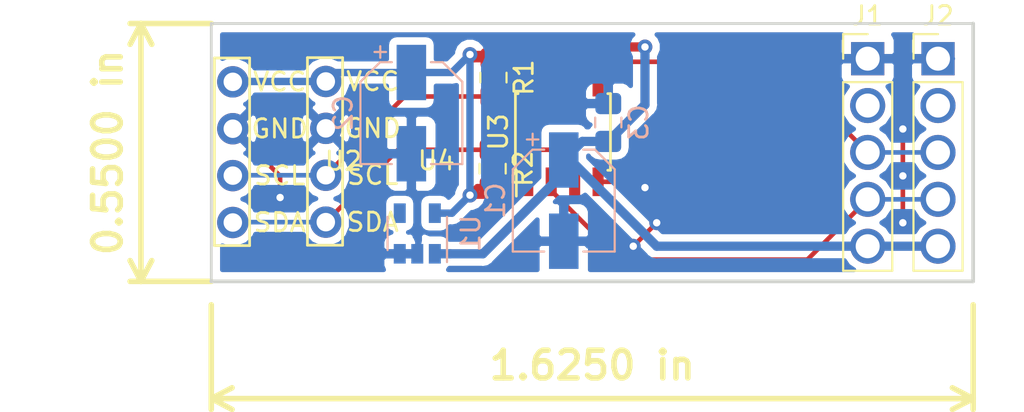
<source format=kicad_pcb>
(kicad_pcb (version 20171130) (host pcbnew 5.0.0-fee4fd1~66~ubuntu18.04.1)

  (general
    (thickness 1.6)
    (drawings 6)
    (tracks 84)
    (zones 0)
    (modules 11)
    (nets 13)
  )

  (page A4)
  (layers
    (0 F.Cu signal)
    (31 B.Cu signal)
    (32 B.Adhes user)
    (33 F.Adhes user)
    (34 B.Paste user)
    (35 F.Paste user)
    (36 B.SilkS user)
    (37 F.SilkS user)
    (38 B.Mask user)
    (39 F.Mask user)
    (40 Dwgs.User user)
    (41 Cmts.User user)
    (42 Eco1.User user)
    (43 Eco2.User user)
    (44 Edge.Cuts user)
    (45 Margin user)
    (46 B.CrtYd user)
    (47 F.CrtYd user)
    (48 B.Fab user)
    (49 F.Fab user)
  )

  (setup
    (last_trace_width 0.25)
    (trace_clearance 0.2)
    (zone_clearance 0.4)
    (zone_45_only no)
    (trace_min 0.2)
    (segment_width 0.2)
    (edge_width 0.15)
    (via_size 0.8)
    (via_drill 0.4)
    (via_min_size 0.4)
    (via_min_drill 0.3)
    (uvia_size 0.3)
    (uvia_drill 0.1)
    (uvias_allowed no)
    (uvia_min_size 0.2)
    (uvia_min_drill 0.1)
    (pcb_text_width 0.3)
    (pcb_text_size 1.5 1.5)
    (mod_edge_width 0.15)
    (mod_text_size 1 1)
    (mod_text_width 0.15)
    (pad_size 1.524 1.524)
    (pad_drill 0.762)
    (pad_to_mask_clearance 0.2)
    (aux_axis_origin 0 0)
    (grid_origin 118.7 44.04)
    (visible_elements FFFFFF7F)
    (pcbplotparams
      (layerselection 0x010fc_ffffffff)
      (usegerberextensions false)
      (usegerberattributes false)
      (usegerberadvancedattributes false)
      (creategerberjobfile false)
      (excludeedgelayer true)
      (linewidth 0.100000)
      (plotframeref false)
      (viasonmask false)
      (mode 1)
      (useauxorigin false)
      (hpglpennumber 1)
      (hpglpenspeed 20)
      (hpglpendiameter 15.000000)
      (psnegative false)
      (psa4output false)
      (plotreference true)
      (plotvalue true)
      (plotinvisibletext false)
      (padsonsilk false)
      (subtractmaskfromsilk false)
      (outputformat 1)
      (mirror false)
      (drillshape 1)
      (scaleselection 1)
      (outputdirectory ""))
  )

  (net 0 "")
  (net 1 +5V)
  (net 2 GND)
  (net 3 +3V3)
  (net 4 /SCL)
  (net 5 /SDA)
  (net 6 "Net-(U1-Pad4)")
  (net 7 "Net-(U3-Pad1)")
  (net 8 /SDABUF)
  (net 9 "Net-(U3-Pad5)")
  (net 10 /SCLBUF)
  (net 11 "Net-(J1-Pad2)")
  (net 12 "Net-(J2-Pad2)")

  (net_class Default "This is the default net class."
    (clearance 0.2)
    (trace_width 0.25)
    (via_dia 0.8)
    (via_drill 0.4)
    (uvia_dia 0.3)
    (uvia_drill 0.1)
    (add_net /SCL)
    (add_net /SCLBUF)
    (add_net /SDA)
    (add_net /SDABUF)
    (add_net GND)
    (add_net "Net-(J1-Pad2)")
    (add_net "Net-(J2-Pad2)")
    (add_net "Net-(U1-Pad4)")
    (add_net "Net-(U3-Pad1)")
    (add_net "Net-(U3-Pad5)")
  )

  (net_class 3.3V ""
    (clearance 0.2)
    (trace_width 0.4)
    (via_dia 0.8)
    (via_drill 0.4)
    (uvia_dia 0.3)
    (uvia_drill 0.1)
    (add_net +3V3)
  )

  (net_class 5V ""
    (clearance 0.2)
    (trace_width 0.5)
    (via_dia 0.8)
    (via_drill 0.4)
    (uvia_dia 0.3)
    (uvia_drill 0.1)
    (add_net +5V)
  )

  (module Resistor_SMD:R_0805_2012Metric_Pad1.15x1.40mm_HandSolder (layer F.Cu) (tedit 5B36C52B) (tstamp 5BB9FD5E)
    (at 109.855 45.065 270)
    (descr "Resistor SMD 0805 (2012 Metric), square (rectangular) end terminal, IPC_7351 nominal with elongated pad for handsoldering. (Body size source: https://docs.google.com/spreadsheets/d/1BsfQQcO9C6DZCsRaXUlFlo91Tg2WpOkGARC1WS5S8t0/edit?usp=sharing), generated with kicad-footprint-generator")
    (tags "resistor handsolder")
    (path /5BAEADBD)
    (attr smd)
    (fp_text reference R1 (at 0 -1.65 270) (layer F.SilkS)
      (effects (font (size 1 1) (thickness 0.15)))
    )
    (fp_text value 2K2 (at 0 1.65 270) (layer F.Fab)
      (effects (font (size 1 1) (thickness 0.15)))
    )
    (fp_line (start -1 0.6) (end -1 -0.6) (layer F.Fab) (width 0.1))
    (fp_line (start -1 -0.6) (end 1 -0.6) (layer F.Fab) (width 0.1))
    (fp_line (start 1 -0.6) (end 1 0.6) (layer F.Fab) (width 0.1))
    (fp_line (start 1 0.6) (end -1 0.6) (layer F.Fab) (width 0.1))
    (fp_line (start -0.261252 -0.71) (end 0.261252 -0.71) (layer F.SilkS) (width 0.12))
    (fp_line (start -0.261252 0.71) (end 0.261252 0.71) (layer F.SilkS) (width 0.12))
    (fp_line (start -1.85 0.95) (end -1.85 -0.95) (layer F.CrtYd) (width 0.05))
    (fp_line (start -1.85 -0.95) (end 1.85 -0.95) (layer F.CrtYd) (width 0.05))
    (fp_line (start 1.85 -0.95) (end 1.85 0.95) (layer F.CrtYd) (width 0.05))
    (fp_line (start 1.85 0.95) (end -1.85 0.95) (layer F.CrtYd) (width 0.05))
    (fp_text user %R (at 0 0 270) (layer F.Fab)
      (effects (font (size 0.5 0.5) (thickness 0.08)))
    )
    (pad 1 smd roundrect (at -1.025 0 270) (size 1.15 1.4) (layers F.Cu F.Paste F.Mask) (roundrect_rratio 0.217391)
      (net 3 +3V3))
    (pad 2 smd roundrect (at 1.025 0 270) (size 1.15 1.4) (layers F.Cu F.Paste F.Mask) (roundrect_rratio 0.217391)
      (net 4 /SCL))
    (model ${KISYS3DMOD}/Resistor_SMD.3dshapes/R_0805_2012Metric.wrl
      (at (xyz 0 0 0))
      (scale (xyz 1 1 1))
      (rotate (xyz 0 0 0))
    )
  )

  (module Capacitor_SMD:CP_Elec_5x5.8 (layer B.Cu) (tedit 5B3026A2) (tstamp 5BB9FD10)
    (at 113.665 51.73 270)
    (descr "SMT capacitor, aluminium electrolytic, 5x5.8, Panasonic ")
    (tags "Capacitor Electrolytic")
    (path /5BAE35F9)
    (attr smd)
    (fp_text reference C1 (at 0 3.7 270) (layer B.SilkS)
      (effects (font (size 1 1) (thickness 0.15)) (justify mirror))
    )
    (fp_text value 47uF (at 0 -3.7 270) (layer B.Fab)
      (effects (font (size 1 1) (thickness 0.15)) (justify mirror))
    )
    (fp_circle (center 0 0) (end 2.5 0) (layer B.Fab) (width 0.1))
    (fp_line (start 2.65 2.65) (end 2.65 -2.65) (layer B.Fab) (width 0.1))
    (fp_line (start -1.65 2.65) (end 2.65 2.65) (layer B.Fab) (width 0.1))
    (fp_line (start -1.65 -2.65) (end 2.65 -2.65) (layer B.Fab) (width 0.1))
    (fp_line (start -2.65 1.65) (end -2.65 -1.65) (layer B.Fab) (width 0.1))
    (fp_line (start -2.65 1.65) (end -1.65 2.65) (layer B.Fab) (width 0.1))
    (fp_line (start -2.65 -1.65) (end -1.65 -2.65) (layer B.Fab) (width 0.1))
    (fp_line (start -2.033956 1.2) (end -1.533956 1.2) (layer B.Fab) (width 0.1))
    (fp_line (start -1.783956 1.45) (end -1.783956 0.95) (layer B.Fab) (width 0.1))
    (fp_line (start 2.76 -2.76) (end 2.76 -1.06) (layer B.SilkS) (width 0.12))
    (fp_line (start 2.76 2.76) (end 2.76 1.06) (layer B.SilkS) (width 0.12))
    (fp_line (start -1.695563 2.76) (end 2.76 2.76) (layer B.SilkS) (width 0.12))
    (fp_line (start -1.695563 -2.76) (end 2.76 -2.76) (layer B.SilkS) (width 0.12))
    (fp_line (start -2.76 -1.695563) (end -2.76 -1.06) (layer B.SilkS) (width 0.12))
    (fp_line (start -2.76 1.695563) (end -2.76 1.06) (layer B.SilkS) (width 0.12))
    (fp_line (start -2.76 1.695563) (end -1.695563 2.76) (layer B.SilkS) (width 0.12))
    (fp_line (start -2.76 -1.695563) (end -1.695563 -2.76) (layer B.SilkS) (width 0.12))
    (fp_line (start -3.625 1.685) (end -3 1.685) (layer B.SilkS) (width 0.12))
    (fp_line (start -3.3125 1.9975) (end -3.3125 1.3725) (layer B.SilkS) (width 0.12))
    (fp_line (start 2.9 2.9) (end 2.9 1.05) (layer B.CrtYd) (width 0.05))
    (fp_line (start 2.9 1.05) (end 3.95 1.05) (layer B.CrtYd) (width 0.05))
    (fp_line (start 3.95 1.05) (end 3.95 -1.05) (layer B.CrtYd) (width 0.05))
    (fp_line (start 3.95 -1.05) (end 2.9 -1.05) (layer B.CrtYd) (width 0.05))
    (fp_line (start 2.9 -1.05) (end 2.9 -2.9) (layer B.CrtYd) (width 0.05))
    (fp_line (start -1.75 -2.9) (end 2.9 -2.9) (layer B.CrtYd) (width 0.05))
    (fp_line (start -1.75 2.9) (end 2.9 2.9) (layer B.CrtYd) (width 0.05))
    (fp_line (start -2.9 -1.75) (end -1.75 -2.9) (layer B.CrtYd) (width 0.05))
    (fp_line (start -2.9 1.75) (end -1.75 2.9) (layer B.CrtYd) (width 0.05))
    (fp_line (start -2.9 1.75) (end -2.9 1.05) (layer B.CrtYd) (width 0.05))
    (fp_line (start -2.9 -1.05) (end -2.9 -1.75) (layer B.CrtYd) (width 0.05))
    (fp_line (start -2.9 1.05) (end -3.95 1.05) (layer B.CrtYd) (width 0.05))
    (fp_line (start -3.95 1.05) (end -3.95 -1.05) (layer B.CrtYd) (width 0.05))
    (fp_line (start -3.95 -1.05) (end -2.9 -1.05) (layer B.CrtYd) (width 0.05))
    (fp_text user %R (at 0 0 270) (layer B.Fab)
      (effects (font (size 1 1) (thickness 0.15)) (justify mirror))
    )
    (pad 1 smd rect (at -2.2 0 270) (size 3 1.6) (layers B.Cu B.Paste B.Mask)
      (net 1 +5V))
    (pad 2 smd rect (at 2.2 0 270) (size 3 1.6) (layers B.Cu B.Paste B.Mask)
      (net 2 GND))
    (model ${KISYS3DMOD}/Capacitor_SMD.3dshapes/CP_Elec_5x5.8.wrl
      (at (xyz 0 0 0))
      (scale (xyz 1 1 1))
      (rotate (xyz 0 0 0))
    )
  )

  (module Capacitor_SMD:CP_Elec_5x5.8 (layer B.Cu) (tedit 5B3026A2) (tstamp 5BB9FD38)
    (at 105.41 46.99 270)
    (descr "SMT capacitor, aluminium electrolytic, 5x5.8, Panasonic ")
    (tags "Capacitor Electrolytic")
    (path /5BAE3738)
    (attr smd)
    (fp_text reference C2 (at 0 3.7 270) (layer B.SilkS)
      (effects (font (size 1 1) (thickness 0.15)) (justify mirror))
    )
    (fp_text value 47uF (at 0 -3.7 270) (layer B.Fab)
      (effects (font (size 1 1) (thickness 0.15)) (justify mirror))
    )
    (fp_circle (center 0 0) (end 2.5 0) (layer B.Fab) (width 0.1))
    (fp_line (start 2.65 2.65) (end 2.65 -2.65) (layer B.Fab) (width 0.1))
    (fp_line (start -1.65 2.65) (end 2.65 2.65) (layer B.Fab) (width 0.1))
    (fp_line (start -1.65 -2.65) (end 2.65 -2.65) (layer B.Fab) (width 0.1))
    (fp_line (start -2.65 1.65) (end -2.65 -1.65) (layer B.Fab) (width 0.1))
    (fp_line (start -2.65 1.65) (end -1.65 2.65) (layer B.Fab) (width 0.1))
    (fp_line (start -2.65 -1.65) (end -1.65 -2.65) (layer B.Fab) (width 0.1))
    (fp_line (start -2.033956 1.2) (end -1.533956 1.2) (layer B.Fab) (width 0.1))
    (fp_line (start -1.783956 1.45) (end -1.783956 0.95) (layer B.Fab) (width 0.1))
    (fp_line (start 2.76 -2.76) (end 2.76 -1.06) (layer B.SilkS) (width 0.12))
    (fp_line (start 2.76 2.76) (end 2.76 1.06) (layer B.SilkS) (width 0.12))
    (fp_line (start -1.695563 2.76) (end 2.76 2.76) (layer B.SilkS) (width 0.12))
    (fp_line (start -1.695563 -2.76) (end 2.76 -2.76) (layer B.SilkS) (width 0.12))
    (fp_line (start -2.76 -1.695563) (end -2.76 -1.06) (layer B.SilkS) (width 0.12))
    (fp_line (start -2.76 1.695563) (end -2.76 1.06) (layer B.SilkS) (width 0.12))
    (fp_line (start -2.76 1.695563) (end -1.695563 2.76) (layer B.SilkS) (width 0.12))
    (fp_line (start -2.76 -1.695563) (end -1.695563 -2.76) (layer B.SilkS) (width 0.12))
    (fp_line (start -3.625 1.685) (end -3 1.685) (layer B.SilkS) (width 0.12))
    (fp_line (start -3.3125 1.9975) (end -3.3125 1.3725) (layer B.SilkS) (width 0.12))
    (fp_line (start 2.9 2.9) (end 2.9 1.05) (layer B.CrtYd) (width 0.05))
    (fp_line (start 2.9 1.05) (end 3.95 1.05) (layer B.CrtYd) (width 0.05))
    (fp_line (start 3.95 1.05) (end 3.95 -1.05) (layer B.CrtYd) (width 0.05))
    (fp_line (start 3.95 -1.05) (end 2.9 -1.05) (layer B.CrtYd) (width 0.05))
    (fp_line (start 2.9 -1.05) (end 2.9 -2.9) (layer B.CrtYd) (width 0.05))
    (fp_line (start -1.75 -2.9) (end 2.9 -2.9) (layer B.CrtYd) (width 0.05))
    (fp_line (start -1.75 2.9) (end 2.9 2.9) (layer B.CrtYd) (width 0.05))
    (fp_line (start -2.9 -1.75) (end -1.75 -2.9) (layer B.CrtYd) (width 0.05))
    (fp_line (start -2.9 1.75) (end -1.75 2.9) (layer B.CrtYd) (width 0.05))
    (fp_line (start -2.9 1.75) (end -2.9 1.05) (layer B.CrtYd) (width 0.05))
    (fp_line (start -2.9 -1.05) (end -2.9 -1.75) (layer B.CrtYd) (width 0.05))
    (fp_line (start -2.9 1.05) (end -3.95 1.05) (layer B.CrtYd) (width 0.05))
    (fp_line (start -3.95 1.05) (end -3.95 -1.05) (layer B.CrtYd) (width 0.05))
    (fp_line (start -3.95 -1.05) (end -2.9 -1.05) (layer B.CrtYd) (width 0.05))
    (fp_text user %R (at 0 0 270) (layer B.Fab)
      (effects (font (size 1 1) (thickness 0.15)) (justify mirror))
    )
    (pad 1 smd rect (at -2.2 0 270) (size 3 1.6) (layers B.Cu B.Paste B.Mask)
      (net 3 +3V3))
    (pad 2 smd rect (at 2.2 0 270) (size 3 1.6) (layers B.Cu B.Paste B.Mask)
      (net 2 GND))
    (model ${KISYS3DMOD}/Capacitor_SMD.3dshapes/CP_Elec_5x5.8.wrl
      (at (xyz 0 0 0))
      (scale (xyz 1 1 1))
      (rotate (xyz 0 0 0))
    )
  )

  (module Resistor_SMD:R_0805_2012Metric_Pad1.15x1.40mm_HandSolder (layer F.Cu) (tedit 5B36C52B) (tstamp 5BB9FD6F)
    (at 109.81 50 270)
    (descr "Resistor SMD 0805 (2012 Metric), square (rectangular) end terminal, IPC_7351 nominal with elongated pad for handsoldering. (Body size source: https://docs.google.com/spreadsheets/d/1BsfQQcO9C6DZCsRaXUlFlo91Tg2WpOkGARC1WS5S8t0/edit?usp=sharing), generated with kicad-footprint-generator")
    (tags "resistor handsolder")
    (path /5BAEAE2E)
    (attr smd)
    (fp_text reference R2 (at 0 -1.65 270) (layer F.SilkS)
      (effects (font (size 1 1) (thickness 0.15)))
    )
    (fp_text value 2K2 (at 0 1.65 270) (layer F.Fab)
      (effects (font (size 1 1) (thickness 0.15)))
    )
    (fp_text user %R (at 0 0 270) (layer F.Fab)
      (effects (font (size 0.5 0.5) (thickness 0.08)))
    )
    (fp_line (start 1.85 0.95) (end -1.85 0.95) (layer F.CrtYd) (width 0.05))
    (fp_line (start 1.85 -0.95) (end 1.85 0.95) (layer F.CrtYd) (width 0.05))
    (fp_line (start -1.85 -0.95) (end 1.85 -0.95) (layer F.CrtYd) (width 0.05))
    (fp_line (start -1.85 0.95) (end -1.85 -0.95) (layer F.CrtYd) (width 0.05))
    (fp_line (start -0.261252 0.71) (end 0.261252 0.71) (layer F.SilkS) (width 0.12))
    (fp_line (start -0.261252 -0.71) (end 0.261252 -0.71) (layer F.SilkS) (width 0.12))
    (fp_line (start 1 0.6) (end -1 0.6) (layer F.Fab) (width 0.1))
    (fp_line (start 1 -0.6) (end 1 0.6) (layer F.Fab) (width 0.1))
    (fp_line (start -1 -0.6) (end 1 -0.6) (layer F.Fab) (width 0.1))
    (fp_line (start -1 0.6) (end -1 -0.6) (layer F.Fab) (width 0.1))
    (pad 2 smd roundrect (at 1.025 0 270) (size 1.15 1.4) (layers F.Cu F.Paste F.Mask) (roundrect_rratio 0.217391)
      (net 3 +3V3))
    (pad 1 smd roundrect (at -1.025 0 270) (size 1.15 1.4) (layers F.Cu F.Paste F.Mask) (roundrect_rratio 0.217391)
      (net 5 /SDA))
    (model ${KISYS3DMOD}/Resistor_SMD.3dshapes/R_0805_2012Metric.wrl
      (at (xyz 0 0 0))
      (scale (xyz 1 1 1))
      (rotate (xyz 0 0 0))
    )
  )

  (module Package_TO_SOT_SMD:SOT-23-5 (layer B.Cu) (tedit 5A02FF57) (tstamp 5BB50D3E)
    (at 105.73 53.51 90)
    (descr "5-pin SOT23 package")
    (tags SOT-23-5)
    (path /5BAE33C5)
    (attr smd)
    (fp_text reference U1 (at 0 2.9 90) (layer B.SilkS)
      (effects (font (size 1 1) (thickness 0.15)) (justify mirror))
    )
    (fp_text value TPS76933 (at 0 -2.9 90) (layer B.Fab)
      (effects (font (size 1 1) (thickness 0.15)) (justify mirror))
    )
    (fp_text user %R (at 0 0) (layer B.Fab)
      (effects (font (size 0.5 0.5) (thickness 0.075)) (justify mirror))
    )
    (fp_line (start -0.9 -1.61) (end 0.9 -1.61) (layer B.SilkS) (width 0.12))
    (fp_line (start 0.9 1.61) (end -1.55 1.61) (layer B.SilkS) (width 0.12))
    (fp_line (start -1.9 1.8) (end 1.9 1.8) (layer B.CrtYd) (width 0.05))
    (fp_line (start 1.9 1.8) (end 1.9 -1.8) (layer B.CrtYd) (width 0.05))
    (fp_line (start 1.9 -1.8) (end -1.9 -1.8) (layer B.CrtYd) (width 0.05))
    (fp_line (start -1.9 -1.8) (end -1.9 1.8) (layer B.CrtYd) (width 0.05))
    (fp_line (start -0.9 0.9) (end -0.25 1.55) (layer B.Fab) (width 0.1))
    (fp_line (start 0.9 1.55) (end -0.25 1.55) (layer B.Fab) (width 0.1))
    (fp_line (start -0.9 0.9) (end -0.9 -1.55) (layer B.Fab) (width 0.1))
    (fp_line (start 0.9 -1.55) (end -0.9 -1.55) (layer B.Fab) (width 0.1))
    (fp_line (start 0.9 1.55) (end 0.9 -1.55) (layer B.Fab) (width 0.1))
    (pad 1 smd rect (at -1.1 0.95 90) (size 1.06 0.65) (layers B.Cu B.Paste B.Mask)
      (net 1 +5V))
    (pad 2 smd rect (at -1.1 0 90) (size 1.06 0.65) (layers B.Cu B.Paste B.Mask)
      (net 2 GND))
    (pad 3 smd rect (at -1.1 -0.95 90) (size 1.06 0.65) (layers B.Cu B.Paste B.Mask)
      (net 2 GND))
    (pad 4 smd rect (at 1.1 -0.95 90) (size 1.06 0.65) (layers B.Cu B.Paste B.Mask)
      (net 6 "Net-(U1-Pad4)"))
    (pad 5 smd rect (at 1.1 0.95 90) (size 1.06 0.65) (layers B.Cu B.Paste B.Mask)
      (net 3 +3V3))
    (model ${KISYS3DMOD}/Package_TO_SOT_SMD.3dshapes/SOT-23-5.wrl
      (at (xyz 0 0 0))
      (scale (xyz 1 1 1))
      (rotate (xyz 0 0 0))
    )
  )

  (module new-joy:P82B715D (layer F.Cu) (tedit 5B81B11B) (tstamp 5BB9FDAF)
    (at 113.62 48.01 90)
    (descr "8-Lead Plastic Small Outline (SN) - Narrow, 3.90 mm Body [SOIC] (see Microchip Packaging Specification 00000049BS.pdf)")
    (tags "SOIC 1.27")
    (path /5BAE3CDD)
    (attr smd)
    (fp_text reference U3 (at 0 -3.5 90) (layer F.SilkS)
      (effects (font (size 1 1) (thickness 0.15)))
    )
    (fp_text value P82B715 (at 0 3.5 90) (layer F.Fab)
      (effects (font (size 1 1) (thickness 0.15)))
    )
    (fp_text user %R (at 0 0 90) (layer F.Fab)
      (effects (font (size 1 1) (thickness 0.15)))
    )
    (fp_line (start -0.95 -2.45) (end 1.95 -2.45) (layer F.Fab) (width 0.1))
    (fp_line (start 1.95 -2.45) (end 1.95 2.45) (layer F.Fab) (width 0.1))
    (fp_line (start 1.95 2.45) (end -1.95 2.45) (layer F.Fab) (width 0.1))
    (fp_line (start -1.95 2.45) (end -1.95 -1.45) (layer F.Fab) (width 0.1))
    (fp_line (start -1.95 -1.45) (end -0.95 -2.45) (layer F.Fab) (width 0.1))
    (fp_line (start -3.73 -2.7) (end -3.73 2.7) (layer F.CrtYd) (width 0.05))
    (fp_line (start 3.73 -2.7) (end 3.73 2.7) (layer F.CrtYd) (width 0.05))
    (fp_line (start -3.73 -2.7) (end 3.73 -2.7) (layer F.CrtYd) (width 0.05))
    (fp_line (start -3.73 2.7) (end 3.73 2.7) (layer F.CrtYd) (width 0.05))
    (fp_line (start -2.075 -2.575) (end -2.075 -2.525) (layer F.SilkS) (width 0.15))
    (fp_line (start 2.075 -2.575) (end 2.075 -2.43) (layer F.SilkS) (width 0.15))
    (fp_line (start 2.075 2.575) (end 2.075 2.43) (layer F.SilkS) (width 0.15))
    (fp_line (start -2.075 2.575) (end -2.075 2.43) (layer F.SilkS) (width 0.15))
    (fp_line (start -2.075 -2.575) (end 2.075 -2.575) (layer F.SilkS) (width 0.15))
    (fp_line (start -2.075 2.575) (end 2.075 2.575) (layer F.SilkS) (width 0.15))
    (fp_line (start -2.075 -2.525) (end -3.475 -2.525) (layer F.SilkS) (width 0.15))
    (pad 1 smd rect (at -2.7 -1.905 90) (size 1.55 0.6) (layers F.Cu F.Paste F.Mask)
      (net 7 "Net-(U3-Pad1)"))
    (pad 2 smd rect (at -2.7 -0.635 90) (size 1.55 0.6) (layers F.Cu F.Paste F.Mask)
      (net 8 /SDABUF))
    (pad 3 smd rect (at -2.7 0.635 90) (size 1.55 0.6) (layers F.Cu F.Paste F.Mask)
      (net 5 /SDA))
    (pad 4 smd rect (at -2.7 1.905 90) (size 1.55 0.6) (layers F.Cu F.Paste F.Mask)
      (net 2 GND))
    (pad 5 smd rect (at 2.7 1.905 90) (size 1.55 0.6) (layers F.Cu F.Paste F.Mask)
      (net 9 "Net-(U3-Pad5)"))
    (pad 6 smd rect (at 2.7 0.635 90) (size 1.55 0.6) (layers F.Cu F.Paste F.Mask)
      (net 4 /SCL))
    (pad 7 smd rect (at 2.7 -0.635 90) (size 1.55 0.6) (layers F.Cu F.Paste F.Mask)
      (net 10 /SCLBUF))
    (pad 8 smd rect (at 2.7 -1.905 90) (size 1.55 0.6) (layers F.Cu F.Paste F.Mask)
      (net 1 +5V))
    (model "${KISYS3DMOD}/Package_SO.3dshapes/SOIC-8_3.9x4.9mm_P1.27mm.wrl\n"
      (at (xyz 0 0 0))
      (scale (xyz 1 1 1))
      (rotate (xyz 0 0 0))
    )
    (model ${KISYS3DMOD}/Package_SO.3dshapes/SOIC-8_3.9x4.9mm_P1.27mm.step
      (at (xyz 0 0 0))
      (scale (xyz 1 1 1))
      (rotate (xyz 0 0 0))
    )
  )

  (module Capacitor_SMD:C_0805_2012Metric_Pad1.15x1.40mm_HandSolder (layer B.Cu) (tedit 5B36C52B) (tstamp 5BC0F921)
    (at 116.078 47.498 90)
    (descr "Capacitor SMD 0805 (2012 Metric), square (rectangular) end terminal, IPC_7351 nominal with elongated pad for handsoldering. (Body size source: https://docs.google.com/spreadsheets/d/1BsfQQcO9C6DZCsRaXUlFlo91Tg2WpOkGARC1WS5S8t0/edit?usp=sharing), generated with kicad-footprint-generator")
    (tags "capacitor handsolder")
    (path /5BAEE60B)
    (attr smd)
    (fp_text reference C3 (at 0 1.65 90) (layer B.SilkS)
      (effects (font (size 1 1) (thickness 0.15)) (justify mirror))
    )
    (fp_text value 0.1uF (at 0 -1.65 90) (layer B.Fab)
      (effects (font (size 1 1) (thickness 0.15)) (justify mirror))
    )
    (fp_line (start -1 -0.6) (end -1 0.6) (layer B.Fab) (width 0.1))
    (fp_line (start -1 0.6) (end 1 0.6) (layer B.Fab) (width 0.1))
    (fp_line (start 1 0.6) (end 1 -0.6) (layer B.Fab) (width 0.1))
    (fp_line (start 1 -0.6) (end -1 -0.6) (layer B.Fab) (width 0.1))
    (fp_line (start -0.261252 0.71) (end 0.261252 0.71) (layer B.SilkS) (width 0.12))
    (fp_line (start -0.261252 -0.71) (end 0.261252 -0.71) (layer B.SilkS) (width 0.12))
    (fp_line (start -1.85 -0.95) (end -1.85 0.95) (layer B.CrtYd) (width 0.05))
    (fp_line (start -1.85 0.95) (end 1.85 0.95) (layer B.CrtYd) (width 0.05))
    (fp_line (start 1.85 0.95) (end 1.85 -0.95) (layer B.CrtYd) (width 0.05))
    (fp_line (start 1.85 -0.95) (end -1.85 -0.95) (layer B.CrtYd) (width 0.05))
    (fp_text user %R (at 0 0 90) (layer B.Fab)
      (effects (font (size 0.5 0.5) (thickness 0.08)) (justify mirror))
    )
    (pad 1 smd roundrect (at -1.025 0 90) (size 1.15 1.4) (layers B.Cu B.Paste B.Mask) (roundrect_rratio 0.217391)
      (net 1 +5V))
    (pad 2 smd roundrect (at 1.025 0 90) (size 1.15 1.4) (layers B.Cu B.Paste B.Mask) (roundrect_rratio 0.217391)
      (net 2 GND))
    (model ${KISYS3DMOD}/Capacitor_SMD.3dshapes/C_0805_2012Metric.wrl
      (at (xyz 0 0 0))
      (scale (xyz 1 1 1))
      (rotate (xyz 0 0 0))
    )
  )

  (module new-joy:generic-i2c-device (layer F.Cu) (tedit 5BB4D8EC) (tstamp 5BC7FB5A)
    (at 101.727 49.0855)
    (path /5BB4EE93)
    (fp_text reference U2 (at 0 0.5) (layer F.SilkS)
      (effects (font (size 1 1) (thickness 0.15)))
    )
    (fp_text value generic-i2c-device (at 0 6.3) (layer F.Fab)
      (effects (font (size 1 1) (thickness 0.15)))
    )
    (fp_line (start -5.08 -5.08) (end -6.985 -5.08) (layer F.SilkS) (width 0.15))
    (fp_line (start -5.08 5.08) (end -5.08 -5.08) (layer F.SilkS) (width 0.15))
    (fp_line (start -6.985 5.08) (end -5.08 5.08) (layer F.SilkS) (width 0.15))
    (fp_line (start -6.985 -5.08) (end -6.985 5.08) (layer F.SilkS) (width 0.15))
    (fp_text user VCC (at -3.45 -3.79) (layer F.SilkS)
      (effects (font (size 1 1) (thickness 0.15)))
    )
    (fp_text user GND (at -3.45 -1.25) (layer F.SilkS)
      (effects (font (size 1 1) (thickness 0.15)))
    )
    (fp_text user SCL (at -3.45 1.29) (layer F.SilkS)
      (effects (font (size 1 1) (thickness 0.15)))
    )
    (fp_text user SDA (at -3.45 3.83) (layer F.SilkS)
      (effects (font (size 1 1) (thickness 0.15)))
    )
    (pad 4 thru_hole circle (at -5.99 3.83) (size 1.7 1.7) (drill 1) (layers *.Cu *.Mask)
      (net 5 /SDA))
    (pad 3 thru_hole circle (at -5.99 1.29) (size 1.7 1.7) (drill 1) (layers *.Cu *.Mask)
      (net 4 /SCL))
    (pad 2 thru_hole circle (at -5.99 -1.25) (size 1.7 1.7) (drill 1) (layers *.Cu *.Mask)
      (net 2 GND))
    (pad 1 thru_hole circle (at -5.99 -3.79) (size 1.7 1.7) (drill 1) (layers *.Cu *.Mask)
      (net 3 +3V3))
  )

  (module new-joy:generic-i2c-device (layer F.Cu) (tedit 5BB4D8EC) (tstamp 5BC7FB69)
    (at 106.7645 49.0655)
    (path /5BB4E3D6)
    (fp_text reference U4 (at 0 0.5) (layer F.SilkS)
      (effects (font (size 1 1) (thickness 0.15)))
    )
    (fp_text value generic-i2c-device (at 0 6.3) (layer F.Fab)
      (effects (font (size 1 1) (thickness 0.15)))
    )
    (fp_text user SDA (at -3.45 3.83) (layer F.SilkS)
      (effects (font (size 1 1) (thickness 0.15)))
    )
    (fp_text user SCL (at -3.45 1.29) (layer F.SilkS)
      (effects (font (size 1 1) (thickness 0.15)))
    )
    (fp_text user GND (at -3.45 -1.25) (layer F.SilkS)
      (effects (font (size 1 1) (thickness 0.15)))
    )
    (fp_text user VCC (at -3.45 -3.79) (layer F.SilkS)
      (effects (font (size 1 1) (thickness 0.15)))
    )
    (fp_line (start -6.985 -5.08) (end -6.985 5.08) (layer F.SilkS) (width 0.15))
    (fp_line (start -6.985 5.08) (end -5.08 5.08) (layer F.SilkS) (width 0.15))
    (fp_line (start -5.08 5.08) (end -5.08 -5.08) (layer F.SilkS) (width 0.15))
    (fp_line (start -5.08 -5.08) (end -6.985 -5.08) (layer F.SilkS) (width 0.15))
    (pad 1 thru_hole circle (at -5.99 -3.79) (size 1.7 1.7) (drill 1) (layers *.Cu *.Mask)
      (net 3 +3V3))
    (pad 2 thru_hole circle (at -5.99 -1.25) (size 1.7 1.7) (drill 1) (layers *.Cu *.Mask)
      (net 2 GND))
    (pad 3 thru_hole circle (at -5.99 1.29) (size 1.7 1.7) (drill 1) (layers *.Cu *.Mask)
      (net 4 /SCL))
    (pad 4 thru_hole circle (at -5.99 3.83) (size 1.7 1.7) (drill 1) (layers *.Cu *.Mask)
      (net 5 /SDA))
  )

  (module new-joy:Buffered-I2C-Cable-Connector (layer F.Cu) (tedit 5BCB56A9) (tstamp 5BD8A307)
    (at 130.13 44.04)
    (descr "Through hole straight pin header, 1x05, 2.54mm pitch, single row")
    (tags "Through hole pin header THT 1x05 2.54mm single row")
    (path /5BAE71A4)
    (fp_text reference J1 (at 0 -2.33) (layer F.SilkS)
      (effects (font (size 1 1) (thickness 0.15)))
    )
    (fp_text value Conn_01x05 (at 0 12.49) (layer F.Fab)
      (effects (font (size 1 1) (thickness 0.15)))
    )
    (fp_line (start -0.635 -1.27) (end 1.27 -1.27) (layer F.Fab) (width 0.1))
    (fp_line (start 1.27 -1.27) (end 1.27 11.43) (layer F.Fab) (width 0.1))
    (fp_line (start 1.27 11.43) (end -1.27 11.43) (layer F.Fab) (width 0.1))
    (fp_line (start -1.27 11.43) (end -1.27 -0.635) (layer F.Fab) (width 0.1))
    (fp_line (start -1.27 -0.635) (end -0.635 -1.27) (layer F.Fab) (width 0.1))
    (fp_line (start -1.33 11.49) (end 1.33 11.49) (layer F.SilkS) (width 0.12))
    (fp_line (start -1.33 1.27) (end -1.33 11.49) (layer F.SilkS) (width 0.12))
    (fp_line (start 1.33 1.27) (end 1.33 11.49) (layer F.SilkS) (width 0.12))
    (fp_line (start -1.33 1.27) (end 1.33 1.27) (layer F.SilkS) (width 0.12))
    (fp_line (start -1.33 0) (end -1.33 -1.33) (layer F.SilkS) (width 0.12))
    (fp_line (start -1.33 -1.33) (end 0 -1.33) (layer F.SilkS) (width 0.12))
    (fp_line (start -1.8 -1.8) (end -1.8 11.95) (layer F.CrtYd) (width 0.05))
    (fp_line (start -1.8 11.95) (end 1.8 11.95) (layer F.CrtYd) (width 0.05))
    (fp_line (start 1.8 11.95) (end 1.8 -1.8) (layer F.CrtYd) (width 0.05))
    (fp_line (start 1.8 -1.8) (end -1.8 -1.8) (layer F.CrtYd) (width 0.05))
    (fp_text user %R (at 0 5.08 90) (layer F.Fab)
      (effects (font (size 1 1) (thickness 0.15)))
    )
    (pad 1 thru_hole rect (at 0 0) (size 1.8 1.8) (drill 1.3) (layers *.Cu *.Mask)
      (net 2 GND))
    (pad 2 thru_hole oval (at 0 2.54) (size 1.9 1.9) (drill 1.3) (layers *.Cu *.Mask)
      (net 11 "Net-(J1-Pad2)"))
    (pad 3 thru_hole oval (at 0 5.08) (size 1.9 1.9) (drill 1.3) (layers *.Cu *.Mask)
      (net 10 /SCLBUF))
    (pad 4 thru_hole oval (at 0 7.62) (size 1.9 1.9) (drill 1.3) (layers *.Cu *.Mask)
      (net 8 /SDABUF))
    (pad 5 thru_hole oval (at 0 10.16) (size 1.9 1.9) (drill 1.3) (layers *.Cu *.Mask)
      (net 1 +5V))
    (model ${KISYS3DMOD}/Connector_PinHeader_2.54mm.3dshapes/PinHeader_1x05_P2.54mm_Vertical.wrl
      (at (xyz 0 0 0))
      (scale (xyz 1 1 1))
      (rotate (xyz 0 0 0))
    )
  )

  (module new-joy:Buffered-I2C-Cable-Connector (layer F.Cu) (tedit 5BCB56A9) (tstamp 5BD8A31F)
    (at 133.94 44.04)
    (descr "Through hole straight pin header, 1x05, 2.54mm pitch, single row")
    (tags "Through hole pin header THT 1x05 2.54mm single row")
    (path /5BB51A60)
    (fp_text reference J2 (at 0 -2.33) (layer F.SilkS)
      (effects (font (size 1 1) (thickness 0.15)))
    )
    (fp_text value Conn_01x05 (at 0 12.49) (layer F.Fab)
      (effects (font (size 1 1) (thickness 0.15)))
    )
    (fp_text user %R (at 0 5.08 90) (layer F.Fab)
      (effects (font (size 1 1) (thickness 0.15)))
    )
    (fp_line (start 1.8 -1.8) (end -1.8 -1.8) (layer F.CrtYd) (width 0.05))
    (fp_line (start 1.8 11.95) (end 1.8 -1.8) (layer F.CrtYd) (width 0.05))
    (fp_line (start -1.8 11.95) (end 1.8 11.95) (layer F.CrtYd) (width 0.05))
    (fp_line (start -1.8 -1.8) (end -1.8 11.95) (layer F.CrtYd) (width 0.05))
    (fp_line (start -1.33 -1.33) (end 0 -1.33) (layer F.SilkS) (width 0.12))
    (fp_line (start -1.33 0) (end -1.33 -1.33) (layer F.SilkS) (width 0.12))
    (fp_line (start -1.33 1.27) (end 1.33 1.27) (layer F.SilkS) (width 0.12))
    (fp_line (start 1.33 1.27) (end 1.33 11.49) (layer F.SilkS) (width 0.12))
    (fp_line (start -1.33 1.27) (end -1.33 11.49) (layer F.SilkS) (width 0.12))
    (fp_line (start -1.33 11.49) (end 1.33 11.49) (layer F.SilkS) (width 0.12))
    (fp_line (start -1.27 -0.635) (end -0.635 -1.27) (layer F.Fab) (width 0.1))
    (fp_line (start -1.27 11.43) (end -1.27 -0.635) (layer F.Fab) (width 0.1))
    (fp_line (start 1.27 11.43) (end -1.27 11.43) (layer F.Fab) (width 0.1))
    (fp_line (start 1.27 -1.27) (end 1.27 11.43) (layer F.Fab) (width 0.1))
    (fp_line (start -0.635 -1.27) (end 1.27 -1.27) (layer F.Fab) (width 0.1))
    (pad 5 thru_hole oval (at 0 10.16) (size 1.9 1.9) (drill 1.3) (layers *.Cu *.Mask)
      (net 1 +5V))
    (pad 4 thru_hole oval (at 0 7.62) (size 1.9 1.9) (drill 1.3) (layers *.Cu *.Mask)
      (net 8 /SDABUF))
    (pad 3 thru_hole oval (at 0 5.08) (size 1.9 1.9) (drill 1.3) (layers *.Cu *.Mask)
      (net 10 /SCLBUF))
    (pad 2 thru_hole oval (at 0 2.54) (size 1.9 1.9) (drill 1.3) (layers *.Cu *.Mask)
      (net 12 "Net-(J2-Pad2)"))
    (pad 1 thru_hole rect (at 0 0) (size 1.8 1.8) (drill 1.3) (layers *.Cu *.Mask)
      (net 2 GND))
    (model ${KISYS3DMOD}/Connector_PinHeader_2.54mm.3dshapes/PinHeader_1x05_P2.54mm_Vertical.wrl
      (at (xyz 0 0 0))
      (scale (xyz 1 1 1))
      (rotate (xyz 0 0 0))
    )
  )

  (dimension 13.97 (width 0.3) (layer F.SilkS)
    (gr_text "13,970 mm" (at 88.66 49.12 90) (layer F.SilkS)
      (effects (font (size 1.5 1.5) (thickness 0.3)))
    )
    (feature1 (pts (xy 94.57 42.135) (xy 90.173579 42.135)))
    (feature2 (pts (xy 94.57 56.105) (xy 90.173579 56.105)))
    (crossbar (pts (xy 90.76 56.105) (xy 90.76 42.135)))
    (arrow1a (pts (xy 90.76 42.135) (xy 91.346421 43.261504)))
    (arrow1b (pts (xy 90.76 42.135) (xy 90.173579 43.261504)))
    (arrow2a (pts (xy 90.76 56.105) (xy 91.346421 54.978496)))
    (arrow2b (pts (xy 90.76 56.105) (xy 90.173579 54.978496)))
  )
  (gr_line (start 94.57 42.135) (end 135.845 42.135) (layer Edge.Cuts) (width 0.15))
  (gr_line (start 135.845 56.105) (end 135.845 42.135) (layer Edge.Cuts) (width 0.2))
  (gr_line (start 94.57 56.105) (end 135.845 56.105) (layer Edge.Cuts) (width 0.2))
  (dimension 41.275 (width 0.3) (layer F.SilkS)
    (gr_text "41,275 mm" (at 115.2075 64.555) (layer F.SilkS)
      (effects (font (size 1.5 1.5) (thickness 0.3)))
    )
    (feature1 (pts (xy 135.845 57.375) (xy 135.845 63.041421)))
    (feature2 (pts (xy 94.57 57.375) (xy 94.57 63.041421)))
    (crossbar (pts (xy 94.57 62.455) (xy 135.845 62.455)))
    (arrow1a (pts (xy 135.845 62.455) (xy 134.718496 63.041421)))
    (arrow1b (pts (xy 135.845 62.455) (xy 134.718496 61.868579)))
    (arrow2a (pts (xy 94.57 62.455) (xy 95.696504 63.041421)))
    (arrow2b (pts (xy 94.57 62.455) (xy 95.696504 61.868579)))
  )
  (gr_line (start 94.57 56.105) (end 94.57 42.135) (layer Edge.Cuts) (width 0.15))

  (segment (start 107.505 54.61) (end 106.68 54.61) (width 0.5) (layer B.Cu) (net 1))
  (segment (start 109.285 54.61) (end 107.505 54.61) (width 0.5) (layer B.Cu) (net 1))
  (segment (start 113.665 50.23) (end 109.285 54.61) (width 0.5) (layer B.Cu) (net 1))
  (segment (start 113.665 49.53) (end 113.665 50.23) (width 0.5) (layer B.Cu) (net 1))
  (segment (start 114.672 48.523) (end 113.665 49.53) (width 0.5) (layer B.Cu) (net 1))
  (segment (start 116.078 48.523) (end 114.672 48.523) (width 0.5) (layer B.Cu) (net 1))
  (segment (start 114.03 49.53) (end 113.665 49.53) (width 0.5) (layer B.Cu) (net 1))
  (segment (start 130.13 54.2) (end 118.7 54.2) (width 0.5) (layer B.Cu) (net 1))
  (segment (start 118.7 54.2) (end 114.03 49.53) (width 0.5) (layer B.Cu) (net 1))
  (segment (start 133.94 54.2) (end 130.13 54.2) (width 0.5) (layer B.Cu) (net 1))
  (segment (start 111.715 44.035) (end 112.345 43.405) (width 0.5) (layer F.Cu) (net 1))
  (segment (start 111.715 45.31) (end 111.715 44.035) (width 0.5) (layer F.Cu) (net 1))
  (segment (start 112.345 43.405) (end 118.065 43.405) (width 0.5) (layer F.Cu) (net 1))
  (via (at 118.065 43.405) (size 0.8) (drill 0.4) (layers F.Cu B.Cu) (net 1))
  (segment (start 118.065 46.536) (end 116.078 48.523) (width 0.5) (layer B.Cu) (net 1))
  (segment (start 118.065 43.405) (end 118.065 46.536) (width 0.5) (layer B.Cu) (net 1))
  (via (at 98.298 51.562) (size 0.8) (drill 0.4) (layers F.Cu B.Cu) (net 2))
  (segment (start 95.737 47.8355) (end 98.298 50.3965) (width 0.25) (layer F.Cu) (net 2))
  (segment (start 98.298 50.3965) (end 98.298 51.562) (width 0.25) (layer F.Cu) (net 2))
  (segment (start 114.715 53.93) (end 114.985 54.2) (width 0.25) (layer B.Cu) (net 2))
  (segment (start 113.665 53.93) (end 114.715 53.93) (width 0.25) (layer B.Cu) (net 2))
  (via (at 117.43 54.2) (size 0.8) (drill 0.4) (layers F.Cu B.Cu) (net 2))
  (segment (start 114.985 54.2) (end 117.43 54.2) (width 0.25) (layer B.Cu) (net 2))
  (segment (start 117.43 54.2) (end 118.7 52.93) (width 0.25) (layer F.Cu) (net 2))
  (via (at 118.7 52.93) (size 0.8) (drill 0.4) (layers F.Cu B.Cu) (net 2))
  (via (at 132.035 47.85) (size 0.8) (drill 0.4) (layers F.Cu B.Cu) (net 2))
  (segment (start 132.035 46.745998) (end 132.035 47.85) (width 0.25) (layer B.Cu) (net 2))
  (segment (start 133.94 44.04) (end 134.740998 44.04) (width 0.25) (layer B.Cu) (net 2))
  (via (at 132.035 50.39) (size 0.8) (drill 0.4) (layers F.Cu B.Cu) (net 2))
  (segment (start 132.035 47.85) (end 132.035 50.39) (width 0.25) (layer F.Cu) (net 2))
  (segment (start 132.035 50.39) (end 132.035 52.93) (width 0.25) (layer F.Cu) (net 2))
  (segment (start 132.035 52.93) (end 132.035 52.93) (width 0.25) (layer F.Cu) (net 2) (tstamp 5BCB549F))
  (via (at 132.035 52.93) (size 0.8) (drill 0.4) (layers F.Cu B.Cu) (net 2))
  (via (at 118.065 51.025) (size 0.8) (drill 0.4) (layers F.Cu B.Cu) (net 2))
  (segment (start 115.525 50.71) (end 117.75 50.71) (width 0.25) (layer F.Cu) (net 2))
  (segment (start 117.75 50.71) (end 118.065 51.025) (width 0.25) (layer F.Cu) (net 2))
  (via (at 108.585 51.435) (size 0.8) (drill 0.4) (layers F.Cu B.Cu) (net 3))
  (segment (start 106.68 52.41) (end 107.61 52.41) (width 0.4) (layer B.Cu) (net 3))
  (segment (start 107.61 52.41) (end 108.585 51.435) (width 0.4) (layer B.Cu) (net 3))
  (segment (start 108.585 51.435) (end 109.855 51.435) (width 0.4) (layer F.Cu) (net 3))
  (via (at 108.585 43.815) (size 0.8) (drill 0.4) (layers F.Cu B.Cu) (net 3))
  (segment (start 108.585 51.435) (end 108.585 43.815) (width 0.4) (layer B.Cu) (net 3))
  (segment (start 109.71 43.815) (end 109.855 43.67) (width 0.4) (layer F.Cu) (net 3))
  (segment (start 108.585 43.815) (end 109.71 43.815) (width 0.4) (layer F.Cu) (net 3))
  (segment (start 107.61 44.79) (end 108.585 43.815) (width 0.4) (layer B.Cu) (net 3))
  (segment (start 105.41 44.79) (end 107.61 44.79) (width 0.4) (layer B.Cu) (net 3))
  (segment (start 95.757 45.2755) (end 95.737 45.2955) (width 0.4) (layer B.Cu) (net 3))
  (segment (start 100.7745 45.2755) (end 95.757 45.2755) (width 0.4) (layer B.Cu) (net 3))
  (segment (start 101.26 44.79) (end 100.7745 45.2755) (width 0.4) (layer B.Cu) (net 3))
  (segment (start 105.41 44.79) (end 101.26 44.79) (width 0.4) (layer B.Cu) (net 3))
  (segment (start 108.81 44.04) (end 108.585 43.815) (width 0.4) (layer F.Cu) (net 3))
  (segment (start 109.855 44.04) (end 108.81 44.04) (width 0.4) (layer F.Cu) (net 3))
  (segment (start 108.995 51.025) (end 108.585 51.435) (width 0.4) (layer F.Cu) (net 3))
  (segment (start 109.81 51.025) (end 108.995 51.025) (width 0.4) (layer F.Cu) (net 3))
  (segment (start 113.03 50.96) (end 113.03 50.485) (width 0.25) (layer F.Cu) (net 8))
  (segment (start 95.757 50.3555) (end 95.737 50.3755) (width 0.25) (layer B.Cu) (net 4))
  (segment (start 100.7745 50.3555) (end 95.757 50.3555) (width 0.25) (layer B.Cu) (net 4))
  (segment (start 110.478372 46.713372) (end 109.855 46.09) (width 0.25) (layer F.Cu) (net 4))
  (segment (start 113.326628 46.713372) (end 110.478372 46.713372) (width 0.25) (layer F.Cu) (net 4))
  (segment (start 114.255 45.785) (end 113.326628 46.713372) (width 0.25) (layer F.Cu) (net 4))
  (segment (start 114.255 45.31) (end 114.255 45.785) (width 0.25) (layer F.Cu) (net 4))
  (segment (start 105.04 46.09) (end 100.7745 50.3555) (width 0.25) (layer F.Cu) (net 4))
  (segment (start 109.855 46.09) (end 105.04 46.09) (width 0.25) (layer F.Cu) (net 4))
  (segment (start 95.757 52.8955) (end 95.737 52.9155) (width 0.25) (layer B.Cu) (net 5))
  (segment (start 100.7745 52.8955) (end 95.757 52.8955) (width 0.25) (layer B.Cu) (net 5))
  (segment (start 133.94 51.66) (end 130.13 51.66) (width 0.25) (layer B.Cu) (net 8))
  (segment (start 133.94 49.12) (end 130.13 49.12) (width 0.25) (layer B.Cu) (net 10))
  (segment (start 114.3 50.96) (end 114.3 50.485) (width 0.25) (layer F.Cu) (net 5))
  (segment (start 110.61 48.975) (end 109.81 48.975) (width 0.25) (layer F.Cu) (net 5))
  (segment (start 112.995 48.975) (end 110.61 48.975) (width 0.25) (layer F.Cu) (net 5))
  (segment (start 114.255 50.235) (end 112.995 48.975) (width 0.25) (layer F.Cu) (net 5))
  (segment (start 114.255 50.71) (end 114.255 50.235) (width 0.25) (layer F.Cu) (net 5))
  (segment (start 104.695 48.975) (end 100.7745 52.8955) (width 0.25) (layer F.Cu) (net 5))
  (segment (start 109.81 48.975) (end 104.695 48.975) (width 0.25) (layer F.Cu) (net 5))
  (segment (start 129.180001 52.609999) (end 130.13 51.66) (width 0.25) (layer F.Cu) (net 8))
  (segment (start 126.864999 54.925001) (end 129.180001 52.609999) (width 0.25) (layer F.Cu) (net 8))
  (segment (start 116.725001 54.925001) (end 126.864999 54.925001) (width 0.25) (layer F.Cu) (net 8))
  (segment (start 112.985 51.185) (end 116.725001 54.925001) (width 0.25) (layer F.Cu) (net 8))
  (segment (start 112.985 50.71) (end 112.985 51.185) (width 0.25) (layer F.Cu) (net 8))
  (segment (start 129.180001 48.170001) (end 130.13 49.12) (width 0.25) (layer F.Cu) (net 10))
  (segment (start 125.219999 44.209999) (end 129.180001 48.170001) (width 0.25) (layer F.Cu) (net 10))
  (segment (start 113.610001 44.209999) (end 125.219999 44.209999) (width 0.25) (layer F.Cu) (net 10))
  (segment (start 112.985 44.835) (end 113.610001 44.209999) (width 0.25) (layer F.Cu) (net 10))
  (segment (start 112.985 45.31) (end 112.985 44.835) (width 0.25) (layer F.Cu) (net 10))

  (zone (net 2) (net_name GND) (layer B.Cu) (tstamp 5BD8A676) (hatch edge 0.508)
    (connect_pads (clearance 0.4))
    (min_thickness 0.254)
    (fill yes (arc_segments 16) (thermal_gap 0.508) (thermal_bridge_width 0.508))
    (polygon
      (pts
        (xy 94.57 42.135) (xy 135.845 42.135) (xy 135.845 56.105) (xy 94.57 56.105)
      )
    )
    (filled_polygon
      (pts
        (xy 118.096464 54.695308) (xy 118.139814 54.760186) (xy 118.39683 54.931918) (xy 118.623474 54.977) (xy 118.699999 54.992222)
        (xy 118.776524 54.977) (xy 128.872802 54.977) (xy 129.065142 55.264858) (xy 129.384133 55.478) (xy 115.1 55.478)
        (xy 115.1 54.21575) (xy 114.94125 54.057) (xy 113.792 54.057) (xy 113.792 54.077) (xy 113.538 54.077)
        (xy 113.538 54.057) (xy 112.38875 54.057) (xy 112.23 54.21575) (xy 112.23 55.478) (xy 107.412972 55.478)
        (xy 107.473777 55.387) (xy 109.208475 55.387) (xy 109.285 55.402222) (xy 109.361525 55.387) (xy 109.361526 55.387)
        (xy 109.58817 55.341918) (xy 109.845186 55.170186) (xy 109.888538 55.105305) (xy 112.23 52.763844) (xy 112.23 53.64425)
        (xy 112.38875 53.803) (xy 113.538 53.803) (xy 113.538 51.95375) (xy 113.792 51.95375) (xy 113.792 53.803)
        (xy 114.94125 53.803) (xy 115.1 53.64425) (xy 115.1 52.303691) (xy 115.003327 52.070302) (xy 114.824699 51.891673)
        (xy 114.59131 51.795) (xy 113.95075 51.795) (xy 113.792 51.95375) (xy 113.538 51.95375) (xy 113.37925 51.795)
        (xy 113.198844 51.795) (xy 113.42652 51.567324) (xy 114.465 51.567324) (xy 114.670625 51.526423) (xy 114.824658 51.423501)
      )
    )
    (filled_polygon
      (pts
        (xy 117.279127 42.879897) (xy 117.138 43.220608) (xy 117.138 43.589392) (xy 117.279127 43.930103) (xy 117.288 43.938976)
        (xy 117.288001 45.509976) (xy 117.137699 45.359673) (xy 116.90431 45.263) (xy 116.36375 45.263) (xy 116.205 45.42175)
        (xy 116.205 46.346) (xy 116.225 46.346) (xy 116.225 46.6) (xy 116.205 46.6) (xy 116.205 46.62)
        (xy 115.951 46.62) (xy 115.951 46.6) (xy 114.90175 46.6) (xy 114.743 46.75875) (xy 114.743 47.174309)
        (xy 114.839673 47.407698) (xy 115.018301 47.586327) (xy 115.101773 47.620902) (xy 115.071278 47.641278) (xy 115.001305 47.746)
        (xy 114.909054 47.746) (xy 114.844945 47.650055) (xy 114.670625 47.533577) (xy 114.465 47.492676) (xy 112.865 47.492676)
        (xy 112.659375 47.533577) (xy 112.485055 47.650055) (xy 112.368577 47.824375) (xy 112.327676 48.03) (xy 112.327676 50.46848)
        (xy 108.963157 53.833) (xy 107.473777 53.833) (xy 107.384945 53.700055) (xy 107.210625 53.583577) (xy 107.005 53.542676)
        (xy 106.415702 53.542676) (xy 106.414699 53.541673) (xy 106.18131 53.445) (xy 106.01575 53.445) (xy 105.857 53.60375)
        (xy 105.857 53.882303) (xy 105.817676 54.08) (xy 105.817676 54.757) (xy 105.603 54.757) (xy 105.603 54.737)
        (xy 104.907 54.737) (xy 104.907 54.757) (xy 104.653 54.757) (xy 104.653 54.737) (xy 103.97875 54.737)
        (xy 103.82 54.89575) (xy 103.82 55.266309) (xy 103.907685 55.478) (xy 95.172 55.478) (xy 95.172 54.171923)
        (xy 95.463098 54.2925) (xy 96.010902 54.2925) (xy 96.517008 54.082864) (xy 96.904364 53.695508) (xy 96.965671 53.5475)
        (xy 99.554113 53.5475) (xy 99.607136 53.675508) (xy 99.994492 54.062864) (xy 100.500598 54.2725) (xy 101.048402 54.2725)
        (xy 101.554508 54.062864) (xy 101.663681 53.953691) (xy 103.82 53.953691) (xy 103.82 54.32425) (xy 103.97875 54.483)
        (xy 104.653 54.483) (xy 104.653 54.463) (xy 104.907 54.463) (xy 104.907 54.483) (xy 105.603 54.483)
        (xy 105.603 54.46125) (xy 105.74 54.32425) (xy 105.74 53.953691) (xy 105.643327 53.720302) (xy 105.603 53.679975)
        (xy 105.603 53.60375) (xy 105.44425 53.445) (xy 105.27869 53.445) (xy 105.255 53.454813) (xy 105.243052 53.449864)
        (xy 105.310625 53.436423) (xy 105.484945 53.319945) (xy 105.601423 53.145625) (xy 105.642324 52.94) (xy 105.642324 51.88)
        (xy 105.601423 51.674375) (xy 105.484945 51.500055) (xy 105.310625 51.383577) (xy 105.105 51.342676) (xy 104.455 51.342676)
        (xy 104.249375 51.383577) (xy 104.075055 51.500055) (xy 103.958577 51.674375) (xy 103.917676 51.88) (xy 103.917676 52.94)
        (xy 103.958577 53.145625) (xy 104.075055 53.319945) (xy 104.249375 53.436423) (xy 104.316948 53.449864) (xy 104.095301 53.541673)
        (xy 103.916673 53.720302) (xy 103.82 53.953691) (xy 101.663681 53.953691) (xy 101.941864 53.675508) (xy 102.1515 53.169402)
        (xy 102.1515 52.621598) (xy 101.941864 52.115492) (xy 101.554508 51.728136) (xy 101.306723 51.6255) (xy 101.554508 51.522864)
        (xy 101.941864 51.135508) (xy 102.1515 50.629402) (xy 102.1515 50.081598) (xy 101.941864 49.575492) (xy 101.842122 49.47575)
        (xy 103.975 49.47575) (xy 103.975 50.816309) (xy 104.071673 51.049698) (xy 104.250301 51.228327) (xy 104.48369 51.325)
        (xy 105.12425 51.325) (xy 105.283 51.16625) (xy 105.283 49.317) (xy 105.537 49.317) (xy 105.537 51.16625)
        (xy 105.69575 51.325) (xy 106.33631 51.325) (xy 106.569699 51.228327) (xy 106.748327 51.049698) (xy 106.845 50.816309)
        (xy 106.845 49.47575) (xy 106.68625 49.317) (xy 105.537 49.317) (xy 105.283 49.317) (xy 104.13375 49.317)
        (xy 103.975 49.47575) (xy 101.842122 49.47575) (xy 101.554508 49.188136) (xy 101.463142 49.150291) (xy 101.55858 49.110759)
        (xy 101.638853 48.859458) (xy 100.7745 47.995105) (xy 99.910147 48.859458) (xy 99.99042 49.110759) (xy 100.092179 49.147673)
        (xy 99.994492 49.188136) (xy 99.607136 49.575492) (xy 99.554113 49.7035) (xy 96.949102 49.7035) (xy 96.904364 49.595492)
        (xy 96.517008 49.208136) (xy 96.425642 49.170291) (xy 96.52108 49.130759) (xy 96.601353 48.879458) (xy 95.737 48.015105)
        (xy 95.722858 48.029248) (xy 95.543253 47.849643) (xy 95.557395 47.8355) (xy 95.916605 47.8355) (xy 96.780958 48.699853)
        (xy 97.032259 48.61958) (xy 97.233718 48.064221) (xy 97.212359 47.586779) (xy 99.277782 47.586779) (xy 99.304185 48.176958)
        (xy 99.479241 48.59958) (xy 99.730542 48.679853) (xy 100.594895 47.8155) (xy 100.954105 47.8155) (xy 101.818458 48.679853)
        (xy 102.069759 48.59958) (xy 102.271218 48.044221) (xy 102.249721 47.563691) (xy 103.975 47.563691) (xy 103.975 48.90425)
        (xy 104.13375 49.063) (xy 105.283 49.063) (xy 105.283 47.21375) (xy 105.537 47.21375) (xy 105.537 49.063)
        (xy 106.68625 49.063) (xy 106.845 48.90425) (xy 106.845 47.563691) (xy 106.748327 47.330302) (xy 106.569699 47.151673)
        (xy 106.33631 47.055) (xy 105.69575 47.055) (xy 105.537 47.21375) (xy 105.283 47.21375) (xy 105.12425 47.055)
        (xy 104.48369 47.055) (xy 104.250301 47.151673) (xy 104.071673 47.330302) (xy 103.975 47.563691) (xy 102.249721 47.563691)
        (xy 102.244815 47.454042) (xy 102.069759 47.03142) (xy 101.818458 46.951147) (xy 100.954105 47.8155) (xy 100.594895 47.8155)
        (xy 99.730542 46.951147) (xy 99.479241 47.03142) (xy 99.277782 47.586779) (xy 97.212359 47.586779) (xy 97.207315 47.474042)
        (xy 97.032259 47.05142) (xy 96.780958 46.971147) (xy 95.916605 47.8355) (xy 95.557395 47.8355) (xy 95.543253 47.821358)
        (xy 95.722858 47.641753) (xy 95.737 47.655895) (xy 96.601353 46.791542) (xy 96.52108 46.540241) (xy 96.419321 46.503327)
        (xy 96.517008 46.462864) (xy 96.904364 46.075508) (xy 96.934605 46.0025) (xy 99.585179 46.0025) (xy 99.607136 46.055508)
        (xy 99.994492 46.442864) (xy 100.085858 46.480709) (xy 99.99042 46.520241) (xy 99.910147 46.771542) (xy 100.7745 47.635895)
        (xy 101.638853 46.771542) (xy 101.55858 46.520241) (xy 101.456821 46.483327) (xy 101.554508 46.442864) (xy 101.941864 46.055508)
        (xy 102.1515 45.549402) (xy 102.1515 45.517) (xy 104.072676 45.517) (xy 104.072676 46.29) (xy 104.113577 46.495625)
        (xy 104.230055 46.669945) (xy 104.404375 46.786423) (xy 104.61 46.827324) (xy 106.21 46.827324) (xy 106.415625 46.786423)
        (xy 106.589945 46.669945) (xy 106.706423 46.495625) (xy 106.747324 46.29) (xy 106.747324 45.517) (xy 107.538405 45.517)
        (xy 107.61 45.531241) (xy 107.681595 45.517) (xy 107.681599 45.517) (xy 107.858001 45.481911) (xy 107.858 50.851024)
        (xy 107.799127 50.909897) (xy 107.658 51.250608) (xy 107.658 51.333867) (xy 107.42775 51.564117) (xy 107.384945 51.500055)
        (xy 107.210625 51.383577) (xy 107.005 51.342676) (xy 106.355 51.342676) (xy 106.149375 51.383577) (xy 105.975055 51.500055)
        (xy 105.858577 51.674375) (xy 105.817676 51.88) (xy 105.817676 52.94) (xy 105.858577 53.145625) (xy 105.975055 53.319945)
        (xy 106.149375 53.436423) (xy 106.355 53.477324) (xy 107.005 53.477324) (xy 107.210625 53.436423) (xy 107.384945 53.319945)
        (xy 107.501423 53.145625) (xy 107.503139 53.137) (xy 107.538405 53.137) (xy 107.61 53.151241) (xy 107.681595 53.137)
        (xy 107.681599 53.137) (xy 107.893661 53.094818) (xy 108.134137 52.934137) (xy 108.174696 52.873436) (xy 108.686133 52.362)
        (xy 108.769392 52.362) (xy 109.110103 52.220873) (xy 109.370873 51.960103) (xy 109.512 51.619392) (xy 109.512 51.250608)
        (xy 109.370873 50.909897) (xy 109.312 50.851024) (xy 109.312 45.771691) (xy 114.743 45.771691) (xy 114.743 46.18725)
        (xy 114.90175 46.346) (xy 115.951 46.346) (xy 115.951 45.42175) (xy 115.79225 45.263) (xy 115.25169 45.263)
        (xy 115.018301 45.359673) (xy 114.839673 45.538302) (xy 114.743 45.771691) (xy 109.312 45.771691) (xy 109.312 44.398976)
        (xy 109.370873 44.340103) (xy 109.512 43.999392) (xy 109.512 43.630608) (xy 109.370873 43.289897) (xy 109.110103 43.029127)
        (xy 108.769392 42.888) (xy 108.400608 42.888) (xy 108.059897 43.029127) (xy 107.799127 43.289897) (xy 107.658 43.630608)
        (xy 107.658 43.713867) (xy 107.308868 44.063) (xy 106.747324 44.063) (xy 106.747324 43.29) (xy 106.706423 43.084375)
        (xy 106.589945 42.910055) (xy 106.415625 42.793577) (xy 106.21 42.752676) (xy 104.61 42.752676) (xy 104.404375 42.793577)
        (xy 104.230055 42.910055) (xy 104.113577 43.084375) (xy 104.072676 43.29) (xy 104.072676 44.063) (xy 101.44554 44.063)
        (xy 101.048402 43.8985) (xy 100.500598 43.8985) (xy 99.994492 44.108136) (xy 99.607136 44.495492) (xy 99.585179 44.5485)
        (xy 96.918036 44.5485) (xy 96.904364 44.515492) (xy 96.517008 44.128136) (xy 96.010902 43.9185) (xy 95.463098 43.9185)
        (xy 95.172 44.039077) (xy 95.172 42.737) (xy 117.422024 42.737)
      )
    )
    (filled_polygon
      (pts
        (xy 128.691673 42.780301) (xy 128.595 43.01369) (xy 128.595 43.75425) (xy 128.75375 43.913) (xy 130.003 43.913)
        (xy 130.003 43.893) (xy 130.257 43.893) (xy 130.257 43.913) (xy 131.50625 43.913) (xy 131.665 43.75425)
        (xy 131.665 43.01369) (xy 131.568327 42.780301) (xy 131.525026 42.737) (xy 132.544974 42.737) (xy 132.501673 42.780301)
        (xy 132.405 43.01369) (xy 132.405 43.75425) (xy 132.56375 43.913) (xy 133.813 43.913) (xy 133.813 43.893)
        (xy 134.067 43.893) (xy 134.067 43.913) (xy 134.087 43.913) (xy 134.087 44.167) (xy 134.067 44.167)
        (xy 134.067 44.187) (xy 133.813 44.187) (xy 133.813 44.167) (xy 132.56375 44.167) (xy 132.405 44.32575)
        (xy 132.405 45.06631) (xy 132.501673 45.299699) (xy 132.680302 45.478327) (xy 132.852173 45.549518) (xy 132.548697 46.003703)
        (xy 132.434064 46.58) (xy 132.548697 47.156297) (xy 132.875142 47.644858) (xy 133.18216 47.85) (xy 132.875142 48.055142)
        (xy 132.59928 48.468) (xy 131.47072 48.468) (xy 131.194858 48.055142) (xy 130.88784 47.85) (xy 131.194858 47.644858)
        (xy 131.521303 47.156297) (xy 131.635936 46.58) (xy 131.521303 46.003703) (xy 131.217827 45.549518) (xy 131.389698 45.478327)
        (xy 131.568327 45.299699) (xy 131.665 45.06631) (xy 131.665 44.32575) (xy 131.50625 44.167) (xy 130.257 44.167)
        (xy 130.257 44.187) (xy 130.003 44.187) (xy 130.003 44.167) (xy 128.75375 44.167) (xy 128.595 44.32575)
        (xy 128.595 45.06631) (xy 128.691673 45.299699) (xy 128.870302 45.478327) (xy 129.042173 45.549518) (xy 128.738697 46.003703)
        (xy 128.624064 46.58) (xy 128.738697 47.156297) (xy 129.065142 47.644858) (xy 129.37216 47.85) (xy 129.065142 48.055142)
        (xy 128.738697 48.543703) (xy 128.624064 49.12) (xy 128.738697 49.696297) (xy 129.065142 50.184858) (xy 129.37216 50.39)
        (xy 129.065142 50.595142) (xy 128.738697 51.083703) (xy 128.624064 51.66) (xy 128.738697 52.236297) (xy 129.065142 52.724858)
        (xy 129.37216 52.93) (xy 129.065142 53.135142) (xy 128.872802 53.423) (xy 119.021844 53.423) (xy 115.002324 49.403481)
        (xy 115.002324 49.301526) (xy 115.071278 49.404722) (xy 115.326704 49.575393) (xy 115.627999 49.635324) (xy 116.528001 49.635324)
        (xy 116.829296 49.575393) (xy 117.084722 49.404722) (xy 117.255393 49.149296) (xy 117.315324 48.848001) (xy 117.315324 48.384519)
        (xy 118.560308 47.139536) (xy 118.625186 47.096186) (xy 118.796918 46.83917) (xy 118.842 46.612526) (xy 118.857222 46.536001)
        (xy 118.842 46.459476) (xy 118.842 43.938976) (xy 118.850873 43.930103) (xy 118.992 43.589392) (xy 118.992 43.220608)
        (xy 118.850873 42.879897) (xy 118.707976 42.737) (xy 128.734974 42.737)
      )
    )
    (filled_polygon
      (pts
        (xy 132.875142 52.724858) (xy 133.18216 52.93) (xy 132.875142 53.135142) (xy 132.682802 53.423) (xy 131.387198 53.423)
        (xy 131.194858 53.135142) (xy 130.88784 52.93) (xy 131.194858 52.724858) (xy 131.47072 52.312) (xy 132.59928 52.312)
      )
    )
    (filled_polygon
      (pts
        (xy 99.607136 51.135508) (xy 99.994492 51.522864) (xy 100.242277 51.6255) (xy 99.994492 51.728136) (xy 99.607136 52.115492)
        (xy 99.554113 52.2435) (xy 96.949102 52.2435) (xy 96.904364 52.135492) (xy 96.517008 51.748136) (xy 96.269223 51.6455)
        (xy 96.517008 51.542864) (xy 96.904364 51.155508) (xy 96.965671 51.0075) (xy 99.554113 51.0075)
      )
    )
    (filled_polygon
      (pts
        (xy 132.875142 50.184858) (xy 133.18216 50.39) (xy 132.875142 50.595142) (xy 132.59928 51.008) (xy 131.47072 51.008)
        (xy 131.194858 50.595142) (xy 130.88784 50.39) (xy 131.194858 50.184858) (xy 131.47072 49.772) (xy 132.59928 49.772)
      )
    )
  )
)

</source>
